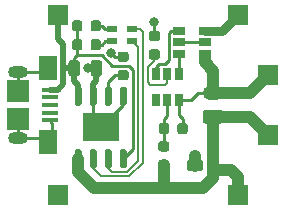
<source format=gtl>
%TF.GenerationSoftware,KiCad,Pcbnew,(5.1.6)-1*%
%TF.CreationDate,2020-09-20T19:32:56+01:00*%
%TF.ProjectId,batt,62617474-2e6b-4696-9361-645f70636258,rev?*%
%TF.SameCoordinates,Original*%
%TF.FileFunction,Copper,L1,Top*%
%TF.FilePolarity,Positive*%
%FSLAX46Y46*%
G04 Gerber Fmt 4.6, Leading zero omitted, Abs format (unit mm)*
G04 Created by KiCad (PCBNEW (5.1.6)-1) date 2020-09-20 19:32:56*
%MOMM*%
%LPD*%
G01*
G04 APERTURE LIST*
%TA.AperFunction,ComponentPad*%
%ADD10R,1.700000X1.700000*%
%TD*%
%TA.AperFunction,SMDPad,CuDef*%
%ADD11R,1.060000X0.650000*%
%TD*%
%TA.AperFunction,SMDPad,CuDef*%
%ADD12R,0.850000X0.550000*%
%TD*%
%TA.AperFunction,SMDPad,CuDef*%
%ADD13R,3.100000X2.410000*%
%TD*%
%TA.AperFunction,SMDPad,CuDef*%
%ADD14R,0.650000X1.060000*%
%TD*%
%TA.AperFunction,SMDPad,CuDef*%
%ADD15R,1.600000X2.100000*%
%TD*%
%TA.AperFunction,SMDPad,CuDef*%
%ADD16R,1.350000X0.400000*%
%TD*%
%TA.AperFunction,SMDPad,CuDef*%
%ADD17R,1.900000X1.900000*%
%TD*%
%TA.AperFunction,ComponentPad*%
%ADD18O,1.700000X1.000000*%
%TD*%
%TA.AperFunction,ComponentPad*%
%ADD19O,1.750000X1.200000*%
%TD*%
%TA.AperFunction,ViaPad*%
%ADD20C,0.800000*%
%TD*%
%TA.AperFunction,Conductor*%
%ADD21C,0.250000*%
%TD*%
%TA.AperFunction,Conductor*%
%ADD22C,0.500000*%
%TD*%
%TA.AperFunction,Conductor*%
%ADD23C,1.000000*%
%TD*%
%TA.AperFunction,Conductor*%
%ADD24C,0.800000*%
%TD*%
%TA.AperFunction,Conductor*%
%ADD25C,0.200000*%
%TD*%
G04 APERTURE END LIST*
D10*
%TO.P,J8,1*%
%TO.N,GND*%
X66880000Y-57620000D03*
%TD*%
%TO.P,J6,1*%
%TO.N,GND*%
X82120000Y-42380000D03*
%TD*%
%TO.P,J5,1*%
%TO.N,+5V*%
X66880000Y-42380000D03*
%TD*%
%TO.P,J4,1*%
%TO.N,Net-(C1-Pad2)*%
X84660000Y-47460000D03*
%TD*%
%TO.P,J2,1*%
%TO.N,+BATT*%
X84660000Y-52540000D03*
%TD*%
%TO.P,J1,1*%
%TO.N,+BATT*%
X82120000Y-57620000D03*
%TD*%
D11*
%TO.P,U2,5*%
%TO.N,Net-(U2-Pad2)*%
X77100000Y-44700000D03*
%TO.P,U2,6*%
%TO.N,Net-(U1-Pad1)*%
X77100000Y-45650000D03*
%TO.P,U2,4*%
%TO.N,Net-(U1-Pad3)*%
X77100000Y-43750000D03*
%TO.P,U2,3*%
%TO.N,GND*%
X79300000Y-43750000D03*
%TO.P,U2,2*%
%TO.N,Net-(U2-Pad2)*%
X79300000Y-44700000D03*
%TO.P,U2,1*%
%TO.N,Net-(C1-Pad2)*%
X79300000Y-45650000D03*
%TD*%
D12*
%TO.P,D1,4*%
%TO.N,Net-(D1-Pad4)*%
X73175000Y-43575000D03*
%TO.P,D1,2*%
%TO.N,Net-(D1-Pad2)*%
X73175000Y-44625000D03*
%TO.P,D1,3*%
%TO.N,Net-(D1-Pad3)*%
X71425000Y-43575000D03*
%TO.P,D1,1*%
%TO.N,Net-(D1-Pad1)*%
X71425000Y-44625000D03*
%TD*%
D13*
%TO.P,U3,9*%
%TO.N,GND*%
X70500000Y-51900000D03*
%TO.P,U3,8*%
%TO.N,+5V*%
%TA.AperFunction,SMDPad,CuDef*%
G36*
G01*
X72255000Y-53750000D02*
X72555000Y-53750000D01*
G75*
G02*
X72705000Y-53900000I0J-150000D01*
G01*
X72705000Y-55200000D01*
G75*
G02*
X72555000Y-55350000I-150000J0D01*
G01*
X72255000Y-55350000D01*
G75*
G02*
X72105000Y-55200000I0J150000D01*
G01*
X72105000Y-53900000D01*
G75*
G02*
X72255000Y-53750000I150000J0D01*
G01*
G37*
%TD.AperFunction*%
%TO.P,U3,7*%
%TO.N,Net-(D1-Pad2)*%
%TA.AperFunction,SMDPad,CuDef*%
G36*
G01*
X70985000Y-53750000D02*
X71285000Y-53750000D01*
G75*
G02*
X71435000Y-53900000I0J-150000D01*
G01*
X71435000Y-55200000D01*
G75*
G02*
X71285000Y-55350000I-150000J0D01*
G01*
X70985000Y-55350000D01*
G75*
G02*
X70835000Y-55200000I0J150000D01*
G01*
X70835000Y-53900000D01*
G75*
G02*
X70985000Y-53750000I150000J0D01*
G01*
G37*
%TD.AperFunction*%
%TO.P,U3,6*%
%TO.N,Net-(D1-Pad4)*%
%TA.AperFunction,SMDPad,CuDef*%
G36*
G01*
X69715000Y-53750000D02*
X70015000Y-53750000D01*
G75*
G02*
X70165000Y-53900000I0J-150000D01*
G01*
X70165000Y-55200000D01*
G75*
G02*
X70015000Y-55350000I-150000J0D01*
G01*
X69715000Y-55350000D01*
G75*
G02*
X69565000Y-55200000I0J150000D01*
G01*
X69565000Y-53900000D01*
G75*
G02*
X69715000Y-53750000I150000J0D01*
G01*
G37*
%TD.AperFunction*%
%TO.P,U3,5*%
%TO.N,+BATT*%
%TA.AperFunction,SMDPad,CuDef*%
G36*
G01*
X68445000Y-53750000D02*
X68745000Y-53750000D01*
G75*
G02*
X68895000Y-53900000I0J-150000D01*
G01*
X68895000Y-55200000D01*
G75*
G02*
X68745000Y-55350000I-150000J0D01*
G01*
X68445000Y-55350000D01*
G75*
G02*
X68295000Y-55200000I0J150000D01*
G01*
X68295000Y-53900000D01*
G75*
G02*
X68445000Y-53750000I150000J0D01*
G01*
G37*
%TD.AperFunction*%
%TO.P,U3,4*%
%TO.N,+5V*%
%TA.AperFunction,SMDPad,CuDef*%
G36*
G01*
X68445000Y-48450000D02*
X68745000Y-48450000D01*
G75*
G02*
X68895000Y-48600000I0J-150000D01*
G01*
X68895000Y-49900000D01*
G75*
G02*
X68745000Y-50050000I-150000J0D01*
G01*
X68445000Y-50050000D01*
G75*
G02*
X68295000Y-49900000I0J150000D01*
G01*
X68295000Y-48600000D01*
G75*
G02*
X68445000Y-48450000I150000J0D01*
G01*
G37*
%TD.AperFunction*%
%TO.P,U3,3*%
%TO.N,GND*%
%TA.AperFunction,SMDPad,CuDef*%
G36*
G01*
X69715000Y-48450000D02*
X70015000Y-48450000D01*
G75*
G02*
X70165000Y-48600000I0J-150000D01*
G01*
X70165000Y-49900000D01*
G75*
G02*
X70015000Y-50050000I-150000J0D01*
G01*
X69715000Y-50050000D01*
G75*
G02*
X69565000Y-49900000I0J150000D01*
G01*
X69565000Y-48600000D01*
G75*
G02*
X69715000Y-48450000I150000J0D01*
G01*
G37*
%TD.AperFunction*%
%TO.P,U3,2*%
%TO.N,Net-(R5-Pad1)*%
%TA.AperFunction,SMDPad,CuDef*%
G36*
G01*
X70985000Y-48450000D02*
X71285000Y-48450000D01*
G75*
G02*
X71435000Y-48600000I0J-150000D01*
G01*
X71435000Y-49900000D01*
G75*
G02*
X71285000Y-50050000I-150000J0D01*
G01*
X70985000Y-50050000D01*
G75*
G02*
X70835000Y-49900000I0J150000D01*
G01*
X70835000Y-48600000D01*
G75*
G02*
X70985000Y-48450000I150000J0D01*
G01*
G37*
%TD.AperFunction*%
%TO.P,U3,1*%
%TO.N,GND*%
%TA.AperFunction,SMDPad,CuDef*%
G36*
G01*
X72255000Y-48450000D02*
X72555000Y-48450000D01*
G75*
G02*
X72705000Y-48600000I0J-150000D01*
G01*
X72705000Y-49900000D01*
G75*
G02*
X72555000Y-50050000I-150000J0D01*
G01*
X72255000Y-50050000D01*
G75*
G02*
X72105000Y-49900000I0J150000D01*
G01*
X72105000Y-48600000D01*
G75*
G02*
X72255000Y-48450000I150000J0D01*
G01*
G37*
%TD.AperFunction*%
%TD*%
D14*
%TO.P,U1,5*%
%TO.N,Net-(C1-Pad1)*%
X76150000Y-49600000D03*
%TO.P,U1,6*%
%TO.N,Net-(C1-Pad2)*%
X77100000Y-49600000D03*
%TO.P,U1,4*%
%TO.N,N/C*%
X75200000Y-49600000D03*
%TO.P,U1,3*%
%TO.N,Net-(U1-Pad3)*%
X75200000Y-47400000D03*
%TO.P,U1,2*%
%TO.N,Net-(R2-Pad1)*%
X76150000Y-47400000D03*
%TO.P,U1,1*%
%TO.N,Net-(U1-Pad1)*%
X77100000Y-47400000D03*
%TD*%
%TO.P,R5,2*%
%TO.N,GND*%
%TA.AperFunction,SMDPad,CuDef*%
G36*
G01*
X72656250Y-46350000D02*
X72143750Y-46350000D01*
G75*
G02*
X71925000Y-46131250I0J218750D01*
G01*
X71925000Y-45693750D01*
G75*
G02*
X72143750Y-45475000I218750J0D01*
G01*
X72656250Y-45475000D01*
G75*
G02*
X72875000Y-45693750I0J-218750D01*
G01*
X72875000Y-46131250D01*
G75*
G02*
X72656250Y-46350000I-218750J0D01*
G01*
G37*
%TD.AperFunction*%
%TO.P,R5,1*%
%TO.N,Net-(R5-Pad1)*%
%TA.AperFunction,SMDPad,CuDef*%
G36*
G01*
X72656250Y-47925000D02*
X72143750Y-47925000D01*
G75*
G02*
X71925000Y-47706250I0J218750D01*
G01*
X71925000Y-47268750D01*
G75*
G02*
X72143750Y-47050000I218750J0D01*
G01*
X72656250Y-47050000D01*
G75*
G02*
X72875000Y-47268750I0J-218750D01*
G01*
X72875000Y-47706250D01*
G75*
G02*
X72656250Y-47925000I-218750J0D01*
G01*
G37*
%TD.AperFunction*%
%TD*%
%TO.P,R4,2*%
%TO.N,Net-(D1-Pad3)*%
%TA.AperFunction,SMDPad,CuDef*%
G36*
G01*
X69650000Y-43556250D02*
X69650000Y-43043750D01*
G75*
G02*
X69868750Y-42825000I218750J0D01*
G01*
X70306250Y-42825000D01*
G75*
G02*
X70525000Y-43043750I0J-218750D01*
G01*
X70525000Y-43556250D01*
G75*
G02*
X70306250Y-43775000I-218750J0D01*
G01*
X69868750Y-43775000D01*
G75*
G02*
X69650000Y-43556250I0J218750D01*
G01*
G37*
%TD.AperFunction*%
%TO.P,R4,1*%
%TO.N,+5V*%
%TA.AperFunction,SMDPad,CuDef*%
G36*
G01*
X68075000Y-43556250D02*
X68075000Y-43043750D01*
G75*
G02*
X68293750Y-42825000I218750J0D01*
G01*
X68731250Y-42825000D01*
G75*
G02*
X68950000Y-43043750I0J-218750D01*
G01*
X68950000Y-43556250D01*
G75*
G02*
X68731250Y-43775000I-218750J0D01*
G01*
X68293750Y-43775000D01*
G75*
G02*
X68075000Y-43556250I0J218750D01*
G01*
G37*
%TD.AperFunction*%
%TD*%
%TO.P,R3,2*%
%TO.N,Net-(D1-Pad1)*%
%TA.AperFunction,SMDPad,CuDef*%
G36*
G01*
X69650000Y-45156250D02*
X69650000Y-44643750D01*
G75*
G02*
X69868750Y-44425000I218750J0D01*
G01*
X70306250Y-44425000D01*
G75*
G02*
X70525000Y-44643750I0J-218750D01*
G01*
X70525000Y-45156250D01*
G75*
G02*
X70306250Y-45375000I-218750J0D01*
G01*
X69868750Y-45375000D01*
G75*
G02*
X69650000Y-45156250I0J218750D01*
G01*
G37*
%TD.AperFunction*%
%TO.P,R3,1*%
%TO.N,+5V*%
%TA.AperFunction,SMDPad,CuDef*%
G36*
G01*
X68075000Y-45156250D02*
X68075000Y-44643750D01*
G75*
G02*
X68293750Y-44425000I218750J0D01*
G01*
X68731250Y-44425000D01*
G75*
G02*
X68950000Y-44643750I0J-218750D01*
G01*
X68950000Y-45156250D01*
G75*
G02*
X68731250Y-45375000I-218750J0D01*
G01*
X68293750Y-45375000D01*
G75*
G02*
X68075000Y-45156250I0J218750D01*
G01*
G37*
%TD.AperFunction*%
%TD*%
%TO.P,R2,2*%
%TO.N,GND*%
%TA.AperFunction,SMDPad,CuDef*%
G36*
G01*
X75306250Y-44600000D02*
X74793750Y-44600000D01*
G75*
G02*
X74575000Y-44381250I0J218750D01*
G01*
X74575000Y-43943750D01*
G75*
G02*
X74793750Y-43725000I218750J0D01*
G01*
X75306250Y-43725000D01*
G75*
G02*
X75525000Y-43943750I0J-218750D01*
G01*
X75525000Y-44381250D01*
G75*
G02*
X75306250Y-44600000I-218750J0D01*
G01*
G37*
%TD.AperFunction*%
%TO.P,R2,1*%
%TO.N,Net-(R2-Pad1)*%
%TA.AperFunction,SMDPad,CuDef*%
G36*
G01*
X75306250Y-46175000D02*
X74793750Y-46175000D01*
G75*
G02*
X74575000Y-45956250I0J218750D01*
G01*
X74575000Y-45518750D01*
G75*
G02*
X74793750Y-45300000I218750J0D01*
G01*
X75306250Y-45300000D01*
G75*
G02*
X75525000Y-45518750I0J-218750D01*
G01*
X75525000Y-45956250D01*
G75*
G02*
X75306250Y-46175000I-218750J0D01*
G01*
G37*
%TD.AperFunction*%
%TD*%
%TO.P,R1,2*%
%TO.N,+BATT*%
%TA.AperFunction,SMDPad,CuDef*%
G36*
G01*
X75593750Y-54650000D02*
X76106250Y-54650000D01*
G75*
G02*
X76325000Y-54868750I0J-218750D01*
G01*
X76325000Y-55306250D01*
G75*
G02*
X76106250Y-55525000I-218750J0D01*
G01*
X75593750Y-55525000D01*
G75*
G02*
X75375000Y-55306250I0J218750D01*
G01*
X75375000Y-54868750D01*
G75*
G02*
X75593750Y-54650000I218750J0D01*
G01*
G37*
%TD.AperFunction*%
%TO.P,R1,1*%
%TO.N,Net-(C1-Pad1)*%
%TA.AperFunction,SMDPad,CuDef*%
G36*
G01*
X75593750Y-53075000D02*
X76106250Y-53075000D01*
G75*
G02*
X76325000Y-53293750I0J-218750D01*
G01*
X76325000Y-53731250D01*
G75*
G02*
X76106250Y-53950000I-218750J0D01*
G01*
X75593750Y-53950000D01*
G75*
G02*
X75375000Y-53731250I0J218750D01*
G01*
X75375000Y-53293750D01*
G75*
G02*
X75593750Y-53075000I218750J0D01*
G01*
G37*
%TD.AperFunction*%
%TD*%
D15*
%TO.P,J7,6*%
%TO.N,GND*%
X66050000Y-53150000D03*
X66050000Y-46850000D03*
D16*
%TO.P,J7,5*%
X66175000Y-51300000D03*
%TO.P,J7,4*%
%TO.N,N/C*%
X66175000Y-50650000D03*
%TO.P,J7,3*%
X66175000Y-50000000D03*
%TO.P,J7,2*%
X66175000Y-49350000D03*
%TO.P,J7,1*%
%TO.N,+5V*%
X66175000Y-48700000D03*
D17*
%TO.P,J7,6*%
%TO.N,GND*%
X63500000Y-51200000D03*
X63500000Y-48800000D03*
D18*
X63500000Y-52825000D03*
X63500000Y-47175000D03*
%TD*%
D19*
%TO.P,J3,2*%
%TO.N,Net-(C1-Pad2)*%
X80000000Y-49000000D03*
%TO.P,J3,1*%
%TO.N,+BATT*%
%TA.AperFunction,ComponentPad*%
G36*
G01*
X80625001Y-51600000D02*
X79374999Y-51600000D01*
G75*
G02*
X79125000Y-51350001I0J249999D01*
G01*
X79125000Y-50649999D01*
G75*
G02*
X79374999Y-50400000I249999J0D01*
G01*
X80625001Y-50400000D01*
G75*
G02*
X80875000Y-50649999I0J-249999D01*
G01*
X80875000Y-51350001D01*
G75*
G02*
X80625001Y-51600000I-249999J0D01*
G01*
G37*
%TD.AperFunction*%
%TD*%
%TO.P,C3,2*%
%TO.N,GND*%
%TA.AperFunction,SMDPad,CuDef*%
G36*
G01*
X78956250Y-55612500D02*
X78043750Y-55612500D01*
G75*
G02*
X77800000Y-55368750I0J243750D01*
G01*
X77800000Y-54881250D01*
G75*
G02*
X78043750Y-54637500I243750J0D01*
G01*
X78956250Y-54637500D01*
G75*
G02*
X79200000Y-54881250I0J-243750D01*
G01*
X79200000Y-55368750D01*
G75*
G02*
X78956250Y-55612500I-243750J0D01*
G01*
G37*
%TD.AperFunction*%
%TO.P,C3,1*%
%TO.N,+BATT*%
%TA.AperFunction,SMDPad,CuDef*%
G36*
G01*
X78956250Y-57487500D02*
X78043750Y-57487500D01*
G75*
G02*
X77800000Y-57243750I0J243750D01*
G01*
X77800000Y-56756250D01*
G75*
G02*
X78043750Y-56512500I243750J0D01*
G01*
X78956250Y-56512500D01*
G75*
G02*
X79200000Y-56756250I0J-243750D01*
G01*
X79200000Y-57243750D01*
G75*
G02*
X78956250Y-57487500I-243750J0D01*
G01*
G37*
%TD.AperFunction*%
%TD*%
%TO.P,C2,2*%
%TO.N,GND*%
%TA.AperFunction,SMDPad,CuDef*%
G36*
G01*
X69650000Y-47356250D02*
X69650000Y-46443750D01*
G75*
G02*
X69893750Y-46200000I243750J0D01*
G01*
X70381250Y-46200000D01*
G75*
G02*
X70625000Y-46443750I0J-243750D01*
G01*
X70625000Y-47356250D01*
G75*
G02*
X70381250Y-47600000I-243750J0D01*
G01*
X69893750Y-47600000D01*
G75*
G02*
X69650000Y-47356250I0J243750D01*
G01*
G37*
%TD.AperFunction*%
%TO.P,C2,1*%
%TO.N,+5V*%
%TA.AperFunction,SMDPad,CuDef*%
G36*
G01*
X67775000Y-47356250D02*
X67775000Y-46443750D01*
G75*
G02*
X68018750Y-46200000I243750J0D01*
G01*
X68506250Y-46200000D01*
G75*
G02*
X68750000Y-46443750I0J-243750D01*
G01*
X68750000Y-47356250D01*
G75*
G02*
X68506250Y-47600000I-243750J0D01*
G01*
X68018750Y-47600000D01*
G75*
G02*
X67775000Y-47356250I0J243750D01*
G01*
G37*
%TD.AperFunction*%
%TD*%
%TO.P,C1,2*%
%TO.N,Net-(C1-Pad2)*%
%TA.AperFunction,SMDPad,CuDef*%
G36*
G01*
X77000000Y-52256250D02*
X77000000Y-51743750D01*
G75*
G02*
X77218750Y-51525000I218750J0D01*
G01*
X77656250Y-51525000D01*
G75*
G02*
X77875000Y-51743750I0J-218750D01*
G01*
X77875000Y-52256250D01*
G75*
G02*
X77656250Y-52475000I-218750J0D01*
G01*
X77218750Y-52475000D01*
G75*
G02*
X77000000Y-52256250I0J218750D01*
G01*
G37*
%TD.AperFunction*%
%TO.P,C1,1*%
%TO.N,Net-(C1-Pad1)*%
%TA.AperFunction,SMDPad,CuDef*%
G36*
G01*
X75425000Y-52256250D02*
X75425000Y-51743750D01*
G75*
G02*
X75643750Y-51525000I218750J0D01*
G01*
X76081250Y-51525000D01*
G75*
G02*
X76300000Y-51743750I0J-218750D01*
G01*
X76300000Y-52256250D01*
G75*
G02*
X76081250Y-52475000I-218750J0D01*
G01*
X75643750Y-52475000D01*
G75*
G02*
X75425000Y-52256250I0J218750D01*
G01*
G37*
%TD.AperFunction*%
%TD*%
D20*
%TO.N,GND*%
X69500000Y-51400000D03*
X71500000Y-51400000D03*
X71500000Y-52400000D03*
X69500000Y-52400000D03*
X75050000Y-42950000D03*
X78500000Y-54300000D03*
X71412653Y-45587347D03*
X69400000Y-46900000D03*
%TD*%
D21*
%TO.N,Net-(C1-Pad2)*%
X77450000Y-51987500D02*
X77437500Y-52000000D01*
X77450000Y-51200000D02*
X77450000Y-51987500D01*
X77100000Y-49600000D02*
X77100000Y-50850000D01*
X77100000Y-50850000D02*
X77450000Y-51200000D01*
X77100000Y-49600000D02*
X78150000Y-49600000D01*
X78150000Y-49600000D02*
X78750000Y-49000000D01*
X78750000Y-49000000D02*
X79050000Y-49000000D01*
D22*
X79300000Y-45650000D02*
X79300000Y-46000000D01*
D23*
X79300000Y-46000000D02*
X79300000Y-46400000D01*
D21*
X79050000Y-49000000D02*
X80000000Y-49000000D01*
D23*
X80000000Y-47100000D02*
X79300000Y-46400000D01*
X80000000Y-49000000D02*
X80000000Y-47100000D01*
X81750000Y-49000000D02*
X80000000Y-49000000D01*
X84660000Y-47460000D02*
X83120000Y-49000000D01*
X83120000Y-49000000D02*
X81750000Y-49000000D01*
D21*
%TO.N,Net-(C1-Pad1)*%
X75850000Y-52012500D02*
X75862500Y-52000000D01*
X75850000Y-53512500D02*
X75850000Y-52012500D01*
X76150000Y-50912500D02*
X75862500Y-51200000D01*
X76150000Y-49600000D02*
X76150000Y-50912500D01*
X75862500Y-51200000D02*
X75862500Y-52000000D01*
%TO.N,GND*%
X65725000Y-52825000D02*
X66050000Y-53150000D01*
X63500000Y-52825000D02*
X65725000Y-52825000D01*
X63500000Y-51200000D02*
X63500000Y-52825000D01*
X63500000Y-48800000D02*
X63500000Y-47175000D01*
X65725000Y-47175000D02*
X66050000Y-46850000D01*
X63500000Y-47175000D02*
X65725000Y-47175000D01*
X66400001Y-52799999D02*
X66050000Y-53150000D01*
X66400001Y-51550001D02*
X66400001Y-52799999D01*
X66175000Y-51325000D02*
X66400001Y-51550001D01*
X66175000Y-51300000D02*
X66175000Y-51325000D01*
X69865000Y-51265000D02*
X70500000Y-51900000D01*
X69865000Y-49250000D02*
X69865000Y-51265000D01*
X72405000Y-49995000D02*
X70500000Y-51900000D01*
X72405000Y-49250000D02*
X72405000Y-49995000D01*
X75050000Y-44162500D02*
X75050000Y-42950000D01*
D23*
X78500000Y-55162500D02*
X78500000Y-54300000D01*
D21*
X72400000Y-45912500D02*
X71737806Y-45912500D01*
X71737806Y-45912500D02*
X71412653Y-45587347D01*
D22*
X70137500Y-47962500D02*
X70137500Y-46900000D01*
X69865000Y-49250000D02*
X69865000Y-48235000D01*
X69865000Y-48235000D02*
X70137500Y-47962500D01*
D24*
X80750000Y-43750000D02*
X82120000Y-42380000D01*
X79300000Y-43750000D02*
X80750000Y-43750000D01*
D22*
X70137500Y-46900000D02*
X69400000Y-46900000D01*
%TO.N,+5V*%
X66860002Y-48700000D02*
X67300001Y-48260001D01*
X66175000Y-48700000D02*
X66860002Y-48700000D01*
X67774999Y-46899999D02*
X67300001Y-46899999D01*
X68262500Y-46900000D02*
X67774999Y-46899999D01*
X67300001Y-48260001D02*
X67300001Y-46899999D01*
X67300001Y-46899999D02*
X67300001Y-44800001D01*
X68595000Y-49250000D02*
X68595000Y-48295000D01*
X68262500Y-47962500D02*
X68262500Y-46900000D01*
X68595000Y-48295000D02*
X68262500Y-47962500D01*
D21*
X73249989Y-53705011D02*
X72405000Y-54550000D01*
X73249989Y-47049989D02*
X73249989Y-53705011D01*
X72900000Y-46700000D02*
X73249989Y-47049989D01*
X68500000Y-45800000D02*
X70600000Y-45800000D01*
X68262500Y-46037500D02*
X68500000Y-45800000D01*
X68262500Y-46900000D02*
X68262500Y-46037500D01*
X71500000Y-46700000D02*
X72900000Y-46700000D01*
X70600000Y-45800000D02*
X71500000Y-46700000D01*
X68500000Y-43312500D02*
X68512500Y-43300000D01*
X68500000Y-45800000D02*
X68500000Y-43312500D01*
D22*
X66880000Y-44380000D02*
X67300001Y-44800001D01*
X66880000Y-42380000D02*
X66880000Y-44380000D01*
D21*
%TO.N,+BATT*%
X68595000Y-54550000D02*
X68595000Y-55350000D01*
D23*
X68595000Y-54550000D02*
X68595000Y-55661740D01*
X68595000Y-55661740D02*
X69933260Y-57000000D01*
X75850000Y-55087500D02*
X75850000Y-56800000D01*
X74600000Y-57000000D02*
X78500000Y-57000000D01*
X69933260Y-57000000D02*
X74600000Y-57000000D01*
X79200000Y-57000000D02*
X80000000Y-56200000D01*
X78500000Y-57000000D02*
X79200000Y-57000000D01*
X80000000Y-55000000D02*
X80000000Y-51000000D01*
X80000000Y-56200000D02*
X80000000Y-55500000D01*
X80000000Y-55500000D02*
X80000000Y-55000000D01*
X83120000Y-51000000D02*
X80000000Y-51000000D01*
X84660000Y-52540000D02*
X83120000Y-51000000D01*
X81500000Y-55500000D02*
X80000000Y-55500000D01*
X82120000Y-57620000D02*
X82120000Y-56120000D01*
X82120000Y-56120000D02*
X81500000Y-55500000D01*
D25*
%TO.N,Net-(D1-Pad2)*%
X73674999Y-54716413D02*
X73674999Y-45124999D01*
X73674999Y-45124999D02*
X73175000Y-44625000D01*
X72741402Y-55650010D02*
X73674999Y-54716413D01*
X71435010Y-55650010D02*
X72741402Y-55650010D01*
X71135000Y-55350000D02*
X71435010Y-55650010D01*
X71135000Y-54550000D02*
X71135000Y-55350000D01*
D21*
%TO.N,Net-(D1-Pad1)*%
X71425000Y-44625000D02*
X70875000Y-44625000D01*
X70600000Y-44900000D02*
X70087500Y-44900000D01*
X70875000Y-44625000D02*
X70600000Y-44900000D01*
D25*
%TO.N,Net-(R2-Pad1)*%
X75050000Y-46250000D02*
X75050000Y-45737500D01*
X74500000Y-46800000D02*
X75050000Y-46250000D01*
X76150000Y-47400000D02*
X76150000Y-48130000D01*
X75980000Y-48300000D02*
X74704998Y-48300000D01*
X74704998Y-48300000D02*
X74500000Y-48095002D01*
X76150000Y-48130000D02*
X75980000Y-48300000D01*
X74500000Y-48095002D02*
X74500000Y-46800000D01*
D21*
%TO.N,Net-(R5-Pad1)*%
X72400000Y-47487500D02*
X71712500Y-47487500D01*
X71135000Y-48065000D02*
X71135000Y-49250000D01*
X71712500Y-47487500D02*
X71135000Y-48065000D01*
%TO.N,Net-(U1-Pad3)*%
X76439998Y-43750000D02*
X77100000Y-43750000D01*
X75200000Y-46800000D02*
X75455001Y-46544999D01*
X76244999Y-46205001D02*
X76244999Y-43944999D01*
X75200000Y-47400000D02*
X75200000Y-46800000D01*
X75455001Y-46544999D02*
X75905001Y-46544999D01*
X76244999Y-43944999D02*
X76439998Y-43750000D01*
X75905001Y-46544999D02*
X76244999Y-46205001D01*
%TO.N,Net-(U1-Pad1)*%
X77100000Y-47400000D02*
X77100000Y-46550000D01*
X77100000Y-46550000D02*
X77100000Y-45650000D01*
%TO.N,Net-(U2-Pad2)*%
X79300000Y-44700000D02*
X77100000Y-44700000D01*
D25*
%TO.N,Net-(D1-Pad4)*%
X74075009Y-43850009D02*
X73800000Y-43575000D01*
X72907091Y-56050020D02*
X74075009Y-54882102D01*
X70565020Y-56050020D02*
X72907091Y-56050020D01*
X74075009Y-54882102D02*
X74075009Y-43850009D01*
X69865000Y-55350000D02*
X70565020Y-56050020D01*
X73800000Y-43575000D02*
X73175000Y-43575000D01*
X69865000Y-54550000D02*
X69865000Y-55350000D01*
D21*
%TO.N,Net-(D1-Pad3)*%
X71425000Y-43575000D02*
X70875000Y-43575000D01*
X70600000Y-43300000D02*
X70087500Y-43300000D01*
X70875000Y-43575000D02*
X70600000Y-43300000D01*
%TD*%
M02*

</source>
